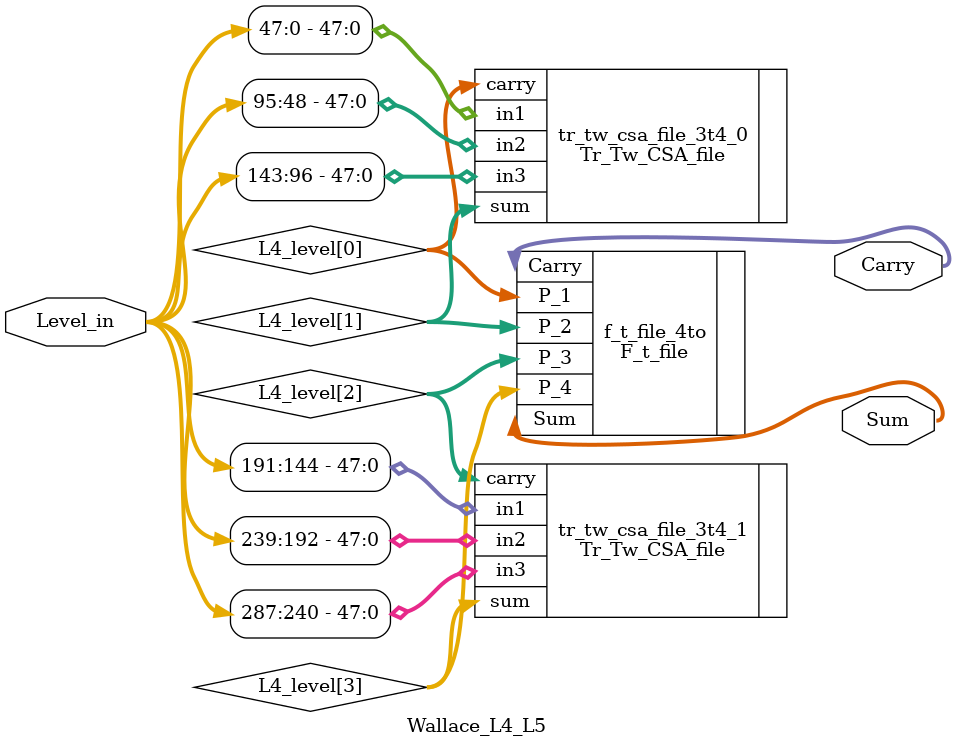
<source format=v>
module Wallace_L4_L5(
	input			[287:0]					Level_in,
	output		[47:0]					Carry,
	output		[47:0]					Sum
);
	wire			[47:0]					L4_level[3:0];
	/*第三级传播*/
	Tr_Tw_CSA_file tr_tw_csa_file_3t4_0(
		.in1										(Level_in[47:0]),
		.in2										(Level_in[95:48]),
		.in3										(Level_in[143:96]),
		.carry									(L4_level[0]),
		.sum										(L4_level[1])
	);
	Tr_Tw_CSA_file tr_tw_csa_file_3t4_1(
		.in1										(Level_in[191:144]),
		.in2										(Level_in[239:192]),
		.in3										(Level_in[287:240]),
		.carry									(L4_level[2]),
		.sum										(L4_level[3])
	);
	/*第4级传播*/
	F_t_file f_t_file_4to(
		.P_1										(L4_level[0]),
		.P_2										(L4_level[1]),
		.P_3										(L4_level[2]),
		.P_4										(L4_level[3]),
		.Sum										(Sum),
		.Carry									(Carry)
	);
endmodule
</source>
